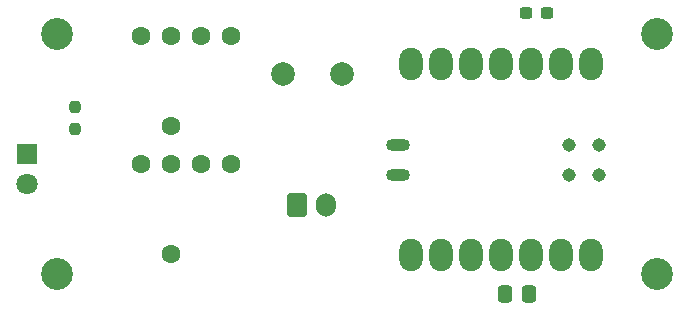
<source format=gbr>
%TF.GenerationSoftware,KiCad,Pcbnew,8.0.4-8.0.4-0~ubuntu22.04.1*%
%TF.CreationDate,2024-07-31T14:37:33+09:00*%
%TF.ProjectId,Q960,51393630-2e6b-4696-9361-645f70636258,1.00*%
%TF.SameCoordinates,Original*%
%TF.FileFunction,Soldermask,Top*%
%TF.FilePolarity,Negative*%
%FSLAX46Y46*%
G04 Gerber Fmt 4.6, Leading zero omitted, Abs format (unit mm)*
G04 Created by KiCad (PCBNEW 8.0.4-8.0.4-0~ubuntu22.04.1) date 2024-07-31 14:37:33*
%MOMM*%
%LPD*%
G01*
G04 APERTURE LIST*
G04 Aperture macros list*
%AMRoundRect*
0 Rectangle with rounded corners*
0 $1 Rounding radius*
0 $2 $3 $4 $5 $6 $7 $8 $9 X,Y pos of 4 corners*
0 Add a 4 corners polygon primitive as box body*
4,1,4,$2,$3,$4,$5,$6,$7,$8,$9,$2,$3,0*
0 Add four circle primitives for the rounded corners*
1,1,$1+$1,$2,$3*
1,1,$1+$1,$4,$5*
1,1,$1+$1,$6,$7*
1,1,$1+$1,$8,$9*
0 Add four rect primitives between the rounded corners*
20,1,$1+$1,$2,$3,$4,$5,0*
20,1,$1+$1,$4,$5,$6,$7,0*
20,1,$1+$1,$6,$7,$8,$9,0*
20,1,$1+$1,$8,$9,$2,$3,0*%
G04 Aperture macros list end*
%ADD10C,2.700000*%
%ADD11C,1.600000*%
%ADD12C,2.000000*%
%ADD13RoundRect,0.237500X0.237500X-0.250000X0.237500X0.250000X-0.237500X0.250000X-0.237500X-0.250000X0*%
%ADD14RoundRect,0.250000X-0.600000X-0.750000X0.600000X-0.750000X0.600000X0.750000X-0.600000X0.750000X0*%
%ADD15O,1.700000X2.000000*%
%ADD16O,1.998980X2.748280*%
%ADD17O,2.032000X1.016000*%
%ADD18C,1.143000*%
%ADD19RoundRect,0.250000X0.337500X0.475000X-0.337500X0.475000X-0.337500X-0.475000X0.337500X-0.475000X0*%
%ADD20R,1.800000X1.800000*%
%ADD21C,1.800000*%
%ADD22RoundRect,0.237500X-0.300000X-0.237500X0.300000X-0.237500X0.300000X0.237500X-0.300000X0.237500X0*%
G04 APERTURE END LIST*
D10*
%TO.C,REF\u002A\u002A*%
X182920000Y-95700000D03*
%TD*%
%TO.C,REF\u002A\u002A*%
X132120000Y-95700000D03*
%TD*%
D11*
%TO.C,U103*%
X139192000Y-106680000D03*
X141732000Y-106680000D03*
X144272000Y-106680000D03*
X146812000Y-106680000D03*
X141732000Y-114300000D03*
%TD*%
D10*
%TO.C,REF\u002A\u002A*%
X132120000Y-116020000D03*
%TD*%
%TO.C,REF\u002A\u002A*%
X182920000Y-116020000D03*
%TD*%
D12*
%TO.C,SW101*%
X151210000Y-99060000D03*
X156210000Y-99060000D03*
%TD*%
D13*
%TO.C,R101*%
X133644000Y-103748000D03*
X133644000Y-101923000D03*
%TD*%
D14*
%TO.C,J101*%
X152409200Y-110215000D03*
D15*
X154909200Y-110215000D03*
%TD*%
D16*
%TO.C,U101*%
X177332000Y-98240000D03*
X174792000Y-98240000D03*
X172252000Y-98240000D03*
X169712000Y-98240000D03*
X167172000Y-98240000D03*
X164632000Y-98240000D03*
X162092000Y-98240000D03*
X162092000Y-114404560D03*
X164632000Y-114404560D03*
X167172000Y-114404560D03*
X169712000Y-114404560D03*
X172252000Y-114404560D03*
X174792000Y-114404560D03*
X177332000Y-114404560D03*
D17*
X161014180Y-105106880D03*
X161014180Y-107656880D03*
D18*
X178018367Y-105105683D03*
X178018367Y-107645683D03*
X175478367Y-105105683D03*
X175478367Y-107645683D03*
%TD*%
D19*
%TO.C,C102*%
X172106500Y-117729000D03*
X170031500Y-117729000D03*
%TD*%
D11*
%TO.C,U102*%
X139192000Y-95885000D03*
X141732000Y-95885000D03*
X144272000Y-95885000D03*
X146812000Y-95885000D03*
X141732000Y-103505000D03*
%TD*%
D20*
%TO.C,D101*%
X129580000Y-105860000D03*
D21*
X129580000Y-108400000D03*
%TD*%
D22*
%TO.C,C101*%
X171857500Y-93922000D03*
X173582500Y-93922000D03*
%TD*%
M02*

</source>
